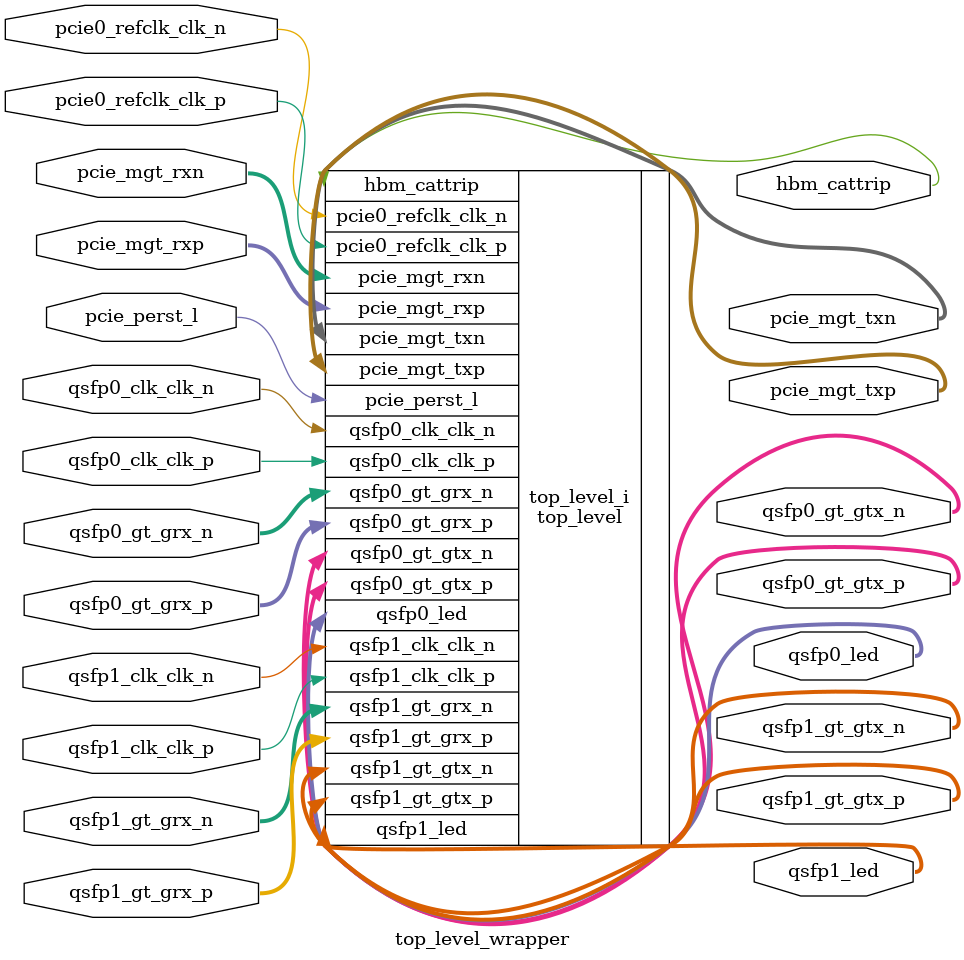
<source format=v>
`timescale 1 ps / 1 ps

module top_level_wrapper
   (hbm_cattrip,
    pcie0_refclk_clk_n,
    pcie0_refclk_clk_p,
    pcie_mgt_rxn,
    pcie_mgt_rxp,
    pcie_mgt_txn,
    pcie_mgt_txp,
    pcie_perst_l,
    qsfp0_clk_clk_n,
    qsfp0_clk_clk_p,
    qsfp0_gt_grx_n,
    qsfp0_gt_grx_p,
    qsfp0_gt_gtx_n,
    qsfp0_gt_gtx_p,
    qsfp0_led,
    qsfp1_clk_clk_n,
    qsfp1_clk_clk_p,
    qsfp1_gt_grx_n,
    qsfp1_gt_grx_p,
    qsfp1_gt_gtx_n,
    qsfp1_gt_gtx_p,
    qsfp1_led);
  output [0:0]hbm_cattrip;
  input [0:0]pcie0_refclk_clk_n;
  input [0:0]pcie0_refclk_clk_p;
  input [7:0]pcie_mgt_rxn;
  input [7:0]pcie_mgt_rxp;
  output [7:0]pcie_mgt_txn;
  output [7:0]pcie_mgt_txp;
  input pcie_perst_l;
  input qsfp0_clk_clk_n;
  input qsfp0_clk_clk_p;
  input [3:0]qsfp0_gt_grx_n;
  input [3:0]qsfp0_gt_grx_p;
  output [3:0]qsfp0_gt_gtx_n;
  output [3:0]qsfp0_gt_gtx_p;
  output [2:0]qsfp0_led;
  input qsfp1_clk_clk_n;
  input qsfp1_clk_clk_p;
  input [3:0]qsfp1_gt_grx_n;
  input [3:0]qsfp1_gt_grx_p;
  output [3:0]qsfp1_gt_gtx_n;
  output [3:0]qsfp1_gt_gtx_p;
  output [2:0]qsfp1_led;

  wire [0:0]hbm_cattrip;
  wire [0:0]pcie0_refclk_clk_n;
  wire [0:0]pcie0_refclk_clk_p;
  wire [7:0]pcie_mgt_rxn;
  wire [7:0]pcie_mgt_rxp;
  wire [7:0]pcie_mgt_txn;
  wire [7:0]pcie_mgt_txp;
  wire pcie_perst_l;
  wire qsfp0_clk_clk_n;
  wire qsfp0_clk_clk_p;
  wire [3:0]qsfp0_gt_grx_n;
  wire [3:0]qsfp0_gt_grx_p;
  wire [3:0]qsfp0_gt_gtx_n;
  wire [3:0]qsfp0_gt_gtx_p;
  wire [2:0]qsfp0_led;
  wire qsfp1_clk_clk_n;
  wire qsfp1_clk_clk_p;
  wire [3:0]qsfp1_gt_grx_n;
  wire [3:0]qsfp1_gt_grx_p;
  wire [3:0]qsfp1_gt_gtx_n;
  wire [3:0]qsfp1_gt_gtx_p;
  wire [2:0]qsfp1_led;

  top_level top_level_i
       (.hbm_cattrip(hbm_cattrip),
        .pcie0_refclk_clk_n(pcie0_refclk_clk_n),
        .pcie0_refclk_clk_p(pcie0_refclk_clk_p),
        .pcie_mgt_rxn(pcie_mgt_rxn),
        .pcie_mgt_rxp(pcie_mgt_rxp),
        .pcie_mgt_txn(pcie_mgt_txn),
        .pcie_mgt_txp(pcie_mgt_txp),
        .pcie_perst_l(pcie_perst_l),
        .qsfp0_clk_clk_n(qsfp0_clk_clk_n),
        .qsfp0_clk_clk_p(qsfp0_clk_clk_p),
        .qsfp0_gt_grx_n(qsfp0_gt_grx_n),
        .qsfp0_gt_grx_p(qsfp0_gt_grx_p),
        .qsfp0_gt_gtx_n(qsfp0_gt_gtx_n),
        .qsfp0_gt_gtx_p(qsfp0_gt_gtx_p),
        .qsfp0_led(qsfp0_led),
        .qsfp1_clk_clk_n(qsfp1_clk_clk_n),
        .qsfp1_clk_clk_p(qsfp1_clk_clk_p),
        .qsfp1_gt_grx_n(qsfp1_gt_grx_n),
        .qsfp1_gt_grx_p(qsfp1_gt_grx_p),
        .qsfp1_gt_gtx_n(qsfp1_gt_gtx_n),
        .qsfp1_gt_gtx_p(qsfp1_gt_gtx_p),
        .qsfp1_led(qsfp1_led));
endmodule

</source>
